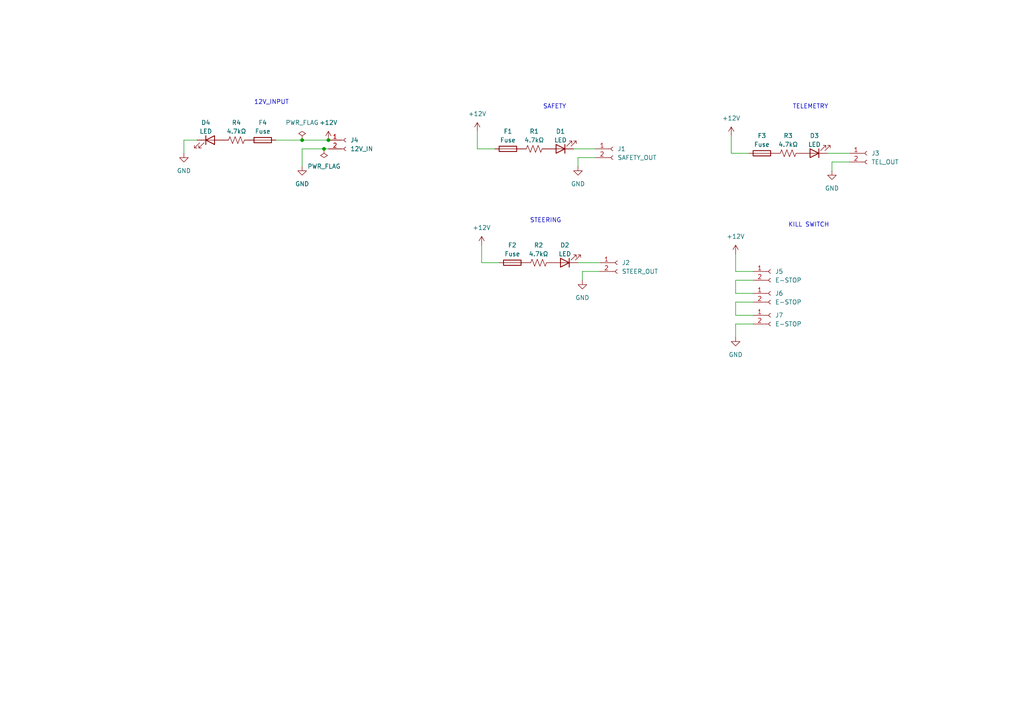
<source format=kicad_sch>
(kicad_sch (version 20230121) (generator eeschema)
  (paper "A4")
  (title_block (date "2023-11-04"))
  (lib_symbols
    (symbol "Connector:Conn_01x02_Socket" (pin_names (offset 1.016) hide)
      (property "Reference" "J" (at 0 2.54 0))
      (property "Value" "Conn_01x02_Socket" (at 0 -5.08 0))
      (symbol "Conn_01x02_Socket_1_1"
        (arc (start 0 -2.032) (mid -0.5058 -2.54) (end 0 -3.048) (stroke (width 0.1524)))
        (polyline (pts (xy -1.27 -2.54) (xy -0.508 -2.54)) (stroke (width 0.1524)))
        (polyline (pts (xy -1.27 0) (xy -0.508 0)) (stroke (width 0.1524)))
        (arc (start 0 0.508) (mid -0.5058 0) (end 0 -0.508) (stroke (width 0.1524)))
        (pin passive line (at -5.08 0 0) (length 3.81) (name "Pin_1") (number "1"))
        (pin passive line (at -5.08 -2.54 0) (length 3.81) (name "Pin_2") (number "2"))
      )
    )
    (symbol "Device:Fuse" (pin_numbers hide) (pin_names (offset 0))
      (property "Reference" "F" (at 2.032 0 90))
      (property "Value" "Fuse" (at -1.905 0 90))
      (symbol "Fuse_0_1"
        (rectangle (start -0.762 -2.54) (end 0.762 2.54) (stroke (width 0.254)))
        (polyline (pts (xy 0 2.54) (xy 0 -2.54)))
      )
      (symbol "Fuse_1_1"
        (pin passive line (at 0 3.81 270) (length 1.27) (name "~") (number "1"))
        (pin passive line (at 0 -3.81 90) (length 1.27) (name "~") (number "2"))
      )
    )
    (symbol "Device:LED" (pin_numbers hide) (pin_names (offset 1.016) hide)
      (property "Reference" "D" (at 0 2.54 0))
      (property "Value" "LED" (at 0 -2.54 0))
      (symbol "LED_0_1"
        (polyline (pts (xy -1.27 -1.27) (xy -1.27 1.27)) (stroke (width 0.254)))
        (polyline (pts (xy -1.27 0) (xy 1.27 0)))
        (polyline (pts (xy 1.27 -1.27) (xy 1.27 1.27) (xy -1.27 0) (xy 1.27 -1.27)) (stroke (width 0.254)))
        (polyline (pts (xy -3.048 -0.762) (xy -4.572 -2.286) (xy -3.81 -2.286) (xy -4.572 -2.286) (xy -4.572 -1.524)))
        (polyline (pts (xy -1.778 -0.762) (xy -3.302 -2.286) (xy -2.54 -2.286) (xy -3.302 -2.286) (xy -3.302 -1.524)))
      )
      (symbol "LED_1_1"
        (pin passive line (at -3.81 0 0) (length 2.54) (name "K") (number "1"))
        (pin passive line (at 3.81 0 180) (length 2.54) (name "A") (number "2"))
      )
    )
    (symbol "Device:R_US" (pin_numbers hide) (pin_names (offset 0))
      (property "Reference" "R" (at 2.54 0 90))
      (property "Value" "R_US" (at -2.54 0 90))
      (symbol "R_US_0_1"
        (polyline (pts (xy 0 -2.286) (xy 0 -2.54)))
        (polyline (pts (xy 0 2.286) (xy 0 2.54)))
        (polyline (pts (xy 0 -0.762) (xy 1.016 -1.143) (xy 0 -1.524) (xy -1.016 -1.905) (xy 0 -2.286)))
        (polyline (pts (xy 0 0.762) (xy 1.016 0.381) (xy 0 0) (xy -1.016 -0.381) (xy 0 -0.762)))
        (polyline (pts (xy 0 2.286) (xy 1.016 1.905) (xy 0 1.524) (xy -1.016 1.143) (xy 0 0.762)))
      )
      (symbol "R_US_1_1"
        (pin passive line (at 0 3.81 270) (length 1.27) (name "~") (number "1"))
        (pin passive line (at 0 -3.81 90) (length 1.27) (name "~") (number "2"))
      )
    )
    (symbol "power:+12V" (power) (pin_names (offset 0))
      (property "Value" "+12V" (at 0 3.556 0))
      (symbol "+12V_0_1"
        (polyline (pts (xy -0.762 1.27) (xy 0 2.54)))
        (polyline (pts (xy 0 0) (xy 0 2.54)))
        (polyline (pts (xy 0 2.54) (xy 0.762 1.27)))
      )
      (symbol "+12V_1_1"
        (pin power_in line (at 0 0 90) (length 0) hide (name "+12V") (number "1"))
      )
    )
    (symbol "power:GND" (power) (pin_names (offset 0))
      (property "Value" "GND" (at 0 -3.81 0))
      (symbol "GND_0_1"
        (polyline (pts (xy 0 0) (xy 0 -1.27) (xy 1.27 -1.27) (xy 0 -2.54) (xy -1.27 -1.27) (xy 0 -1.27)))
      )
      (symbol "GND_1_1"
        (pin power_in line (at 0 0 270) (length 0) hide (name "GND") (number "1"))
      )
    )
    (symbol "power:PWR_FLAG" (power) (pin_numbers hide) (pin_names (offset 0) hide)
      (property "Value" "PWR_FLAG" (at 0 3.81 0))
      (symbol "PWR_FLAG_0_0"
        (pin power_out line (at 0 0 90) (length 0) (name "pwr") (number "1"))
      )
      (symbol "PWR_FLAG_0_1"
        (polyline (pts (xy 0 0) (xy 0 1.27) (xy -1.016 1.905) (xy 0 2.54) (xy 1.016 1.905) (xy 0 1.27)))
      )
    )
  )
  (junction (at 87.63 40.64))
  (junction (at 95.25 40.64))
  (junction (at 93.98 43.18))
  (wire (pts (xy 57.15 40.64) (xy 53.34 40.64)))
  (wire (pts (xy 212.09 39.37) (xy 212.09 44.45)))
  (wire (pts (xy 173.99 78.74) (xy 168.91 78.74)))
  (wire (pts (xy 95.25 43.18) (xy 93.98 43.18)))
  (wire (pts (xy 217.17 44.45) (xy 212.09 44.45)))
  (wire (pts (xy 240.03 44.45) (xy 246.38 44.45)))
  (wire (pts (xy 241.3 46.99) (xy 241.3 49.53)))
  (wire (pts (xy 167.64 76.2) (xy 173.99 76.2)))
  (wire (pts (xy 144.78 76.2) (xy 139.7 76.2)))
  (wire (pts (xy 87.63 40.64) (xy 95.25 40.64)))
  (wire (pts (xy 246.38 46.99) (xy 241.3 46.99)))
  (wire (pts (xy 167.64 45.72) (xy 167.64 48.26)))
  (wire (pts (xy 213.36 93.98) (xy 213.36 97.79)))
  (wire (pts (xy 138.43 38.1) (xy 138.43 43.18)))
  (wire (pts (xy 168.91 78.74) (xy 168.91 81.28)))
  (wire (pts (xy 139.7 71.12) (xy 139.7 76.2)))
  (wire (pts (xy 80.01 40.64) (xy 87.63 40.64)))
  (wire (pts (xy 53.34 40.64) (xy 53.34 44.45)))
  (wire (pts (xy 213.36 85.09) (xy 218.44 85.09)))
  (wire (pts (xy 87.63 43.18) (xy 87.63 48.26)))
  (wire (pts (xy 213.36 81.28) (xy 213.36 85.09)))
  (wire (pts (xy 213.36 87.63) (xy 213.36 91.44)))
  (wire (pts (xy 213.36 73.66) (xy 213.36 78.74)))
  (wire (pts (xy 218.44 78.74) (xy 213.36 78.74)))
  (wire (pts (xy 143.51 43.18) (xy 138.43 43.18)))
  (wire (pts (xy 213.36 91.44) (xy 218.44 91.44)))
  (wire (pts (xy 218.44 93.98) (xy 213.36 93.98)))
  (wire (pts (xy 93.98 43.18) (xy 87.63 43.18)))
  (wire (pts (xy 166.37 43.18) (xy 172.72 43.18)))
  (wire (pts (xy 172.72 45.72) (xy 167.64 45.72)))
  (wire (pts (xy 218.44 81.28) (xy 213.36 81.28)))
  (wire (pts (xy 218.44 87.63) (xy 213.36 87.63)))
  (text "STEERING" (at 153.67 64.77 0) (effects (font (size 1.27 1.27)) (justify left bottom)))
  (text "SAFETY" (at 157.48 31.75 0) (effects (font (size 1.27 1.27)) (justify left bottom)))
  (text "KILL SWITCH" (at 228.6 66.04 0) (effects (font (size 1.27 1.27)) (justify left bottom)))
  (text "TELEMETRY" (at 229.87 31.75 0) (effects (font (size 1.27 1.27)) (justify left bottom)))
  (text "12V_INPUT" (at 73.66 30.48 0) (effects (font (size 1.27 1.27)) (justify left bottom)))
  (symbol (lib_id "Connector:Conn_01x02_Socket") (at 179.07 76.2 0) (unit 1)
    (property "Reference" "J2" (at 180.34 76.2 0) (effects (justify left)))
    (property "Value" "STEER_OUT" (at 180.34 78.74 0) (effects (justify left)))
    (property "Footprint" "Connector_Molex:Molex_Micro-Fit_3.0_43650-0200_1x02_P3.00mm_Horizontal" (effects hide))
    (property "Datasheet" "https://tools.molex.com/pdm_docs/sd/436500200_sd.pdf" (effects hide))
  )
  (symbol (lib_id "power:+12V") (at 213.36 73.66 0) (unit 1)
    (property "Reference" "#PWR010" (effects hide))
    (property "Value" "+12V" (at 213.36 68.58 0))
  )
  (symbol (lib_id "Device:R_US") (at 228.6 44.45 90) (unit 1)
    (property "Reference" "R3" (at 228.6 39.37 90))
    (property "Value" "4.7kΩ" (at 228.6 41.91 90))
    (property "Footprint" "Resistor_SMD:R_0805_2012Metric" (effects hide))
    (property "Datasheet" "https://www.yageo.com/upload/media/product/app/datasheet/rchip/pyu-rc_group_51_rohs_l.pdf" (effects hide))
  )
  (symbol (lib_id "Device:LED") (at 236.22 44.45 180) (unit 1)
    (property "Reference" "D3" (at 236.22 39.37 0))
    (property "Value" "LED" (at 236.22 41.91 0))
    (property "Footprint" "LED_SMD:LED_0805_2012Metric" (effects hide))
    (property "Datasheet" "https://www.sunledusa.com/products/spec/XZCDGK54W-1VF.pdf" (effects hide))
  )
  (symbol (lib_id "power:GND") (at 168.91 81.28 0) (unit 1)
    (property "Reference" "#PWR07" (effects hide))
    (property "Value" "GND" (at 168.91 86.36 0))
  )
  (symbol (lib_id "Connector:Conn_01x02_Socket") (at 100.33 40.64 0) (unit 1)
    (property "Reference" "J4" (at 101.6 40.64 0) (effects (justify left)))
    (property "Value" "12V_IN" (at 101.6 43.18 0) (effects (justify left)))
    (property "Footprint" "Connector_Molex:Molex_Mega-Fit_76825-0004_2x02_P5.70mm_Horizontal" (effects hide))
    (property "Datasheet" "https://www.molex.com/en-us/products/part-detail/2002411212?display=pdf" (effects hide))
  )
  (symbol (lib_id "Device:LED") (at 163.83 76.2 180) (unit 1)
    (property "Reference" "D2" (at 163.83 71.12 0))
    (property "Value" "LED" (at 163.83 73.66 0))
    (property "Footprint" "LED_SMD:LED_0805_2012Metric" (effects hide))
    (property "Datasheet" "https://www.sunledusa.com/products/spec/XZCDGK54W-1VF.pdf" (effects hide))
  )
  (symbol (lib_id "power:+12V") (at 95.25 40.64 0) (unit 1)
    (property "Reference" "#PWR02" (effects hide))
    (property "Value" "+12V" (at 95.25 35.56 0))
  )
  (symbol (lib_id "Device:Fuse") (at 147.32 43.18 90) (unit 1)
    (property "Reference" "F1" (at 147.32 38.1 90))
    (property "Value" "Fuse" (at 147.32 40.64 90))
    (property "Footprint" "Fuse:Fuseholder_Blade_Mini_Keystone_3568" (effects hide))
    (property "Datasheet" "https://www.keyelco.com/userAssets/file/M65p42.pdf" (effects hide))
  )
  (symbol (lib_id "power:PWR_FLAG") (at 87.63 40.64 0) (unit 1)
    (property "Reference" "#FLG01" (effects hide))
    (property "Value" "PWR_FLAG" (at 87.63 35.56 0))
  )
  (symbol (lib_id "power:GND") (at 167.64 48.26 0) (unit 1)
    (property "Reference" "#PWR05" (effects hide))
    (property "Value" "GND" (at 167.64 53.34 0))
  )
  (symbol (lib_id "Connector:Conn_01x02_Socket") (at 223.52 85.09 0) (unit 1)
    (property "Reference" "J6" (at 224.79 85.09 0) (effects (justify left)))
    (property "Value" "E-STOP" (at 224.79 87.63 0) (effects (justify left)))
    (property "Footprint" "Connector_Molex:Molex_Micro-Fit_3.0_43650-0200_1x02_P3.00mm_Horizontal" (effects hide))
    (property "Datasheet" "https://tools.molex.com/pdm_docs/sd/436500200_sd.pdf" (effects hide))
  )
  (symbol (lib_id "Device:R_US") (at 156.21 76.2 90) (unit 1)
    (property "Reference" "R2" (at 156.21 71.12 90))
    (property "Value" "4.7kΩ" (at 156.21 73.66 90))
    (property "Footprint" "Resistor_SMD:R_0805_2012Metric" (effects hide))
    (property "Datasheet" "https://www.yageo.com/upload/media/product/app/datasheet/rchip/pyu-rc_group_51_rohs_l.pdf" (effects hide))
  )
  (symbol (lib_id "power:PWR_FLAG") (at 93.98 43.18 180) (unit 1)
    (property "Reference" "#FLG02" (effects hide))
    (property "Value" "PWR_FLAG" (at 93.98 48.26 0))
  )
  (symbol (lib_id "power:GND") (at 87.63 48.26 0) (unit 1)
    (property "Reference" "#PWR01" (effects hide))
    (property "Value" "GND" (at 87.63 53.34 0))
  )
  (symbol (lib_id "Device:Fuse") (at 76.2 40.64 90) (unit 1)
    (property "Reference" "F4" (at 76.2 35.56 90))
    (property "Value" "Fuse" (at 76.2 38.1 90))
    (property "Footprint" "Fuse:Fuseholder_Blade_Mini_Keystone_3568" (effects hide))
    (property "Datasheet" "https://www.keyelco.com/userAssets/file/M65p42.pdf" (effects hide))
  )
  (symbol (lib_id "Connector:Conn_01x02_Socket") (at 251.46 44.45 0) (unit 1)
    (property "Reference" "J3" (at 252.73 44.45 0) (effects (justify left)))
    (property "Value" "TEL_OUT" (at 252.73 46.99 0) (effects (justify left)))
    (property "Footprint" "Connector_Molex:Molex_Micro-Fit_3.0_43650-0200_1x02_P3.00mm_Horizontal" (effects hide))
    (property "Datasheet" "https://tools.molex.com/pdm_docs/sd/436500200_sd.pdf" (effects hide))
  )
  (symbol (lib_id "Connector:Conn_01x02_Socket") (at 177.8 43.18 0) (unit 1)
    (property "Reference" "J1" (at 179.07 43.18 0) (effects (justify left)))
    (property "Value" "SAFETY_OUT" (at 179.07 45.72 0) (effects (justify left)))
    (property "Footprint" "Connector_Molex:Molex_Micro-Fit_3.0_43650-0200_1x02_P3.00mm_Horizontal" (effects hide))
    (property "Datasheet" "https://tools.molex.com/pdm_docs/sd/436500200_sd.pdf" (effects hide))
  )
  (symbol (lib_id "Device:LED") (at 162.56 43.18 180) (unit 1)
    (property "Reference" "D1" (at 162.56 38.1 0))
    (property "Value" "LED" (at 162.56 40.64 0))
    (property "Footprint" "LED_SMD:LED_0805_2012Metric" (effects hide))
    (property "Datasheet" "https://www.sunledusa.com/products/spec/XZCDGK54W-1VF.pdf" (effects hide))
  )
  (symbol (lib_id "power:+12V") (at 139.7 71.12 0) (unit 1)
    (property "Reference" "#PWR06" (effects hide))
    (property "Value" "+12V" (at 139.7 66.04 0))
  )
  (symbol (lib_id "power:GND") (at 53.34 44.45 0) (unit 1)
    (property "Reference" "#PWR03" (effects hide))
    (property "Value" "GND" (at 53.34 49.53 0))
  )
  (symbol (lib_id "Device:Fuse") (at 220.98 44.45 90) (unit 1)
    (property "Reference" "F3" (at 220.98 39.37 90))
    (property "Value" "Fuse" (at 220.98 41.91 90))
    (property "Footprint" "Fuse:Fuseholder_Blade_Mini_Keystone_3568" (effects hide))
    (property "Datasheet" "https://www.keyelco.com/userAssets/file/M65p42.pdf" (effects hide))
  )
  (symbol (lib_id "Connector:Conn_01x02_Socket") (at 223.52 78.74 0) (unit 1)
    (property "Reference" "J5" (at 224.79 78.74 0) (effects (justify left)))
    (property "Value" "E-STOP" (at 224.79 81.28 0) (effects (justify left)))
    (property "Footprint" "Connector_Molex:Molex_Micro-Fit_3.0_43650-0200_1x02_P3.00mm_Horizontal" (effects hide))
    (property "Datasheet" "https://tools.molex.com/pdm_docs/sd/436500200_sd.pdf" (effects hide))
  )
  (symbol (lib_id "power:GND") (at 213.36 97.79 0) (unit 1)
    (property "Reference" "#PWR011" (effects hide))
    (property "Value" "GND" (at 213.36 102.87 0))
  )
  (symbol (lib_id "Device:Fuse") (at 148.59 76.2 90) (unit 1)
    (property "Reference" "F2" (at 148.59 71.12 90))
    (property "Value" "Fuse" (at 148.59 73.66 90))
    (property "Footprint" "Fuse:Fuseholder_Blade_Mini_Keystone_3568" (effects hide))
    (property "Datasheet" "https://www.keyelco.com/userAssets/file/M65p42.pdf" (effects hide))
  )
  (symbol (lib_id "Device:R_US") (at 68.58 40.64 90) (unit 1)
    (property "Reference" "R4" (at 68.58 35.56 90))
    (property "Value" "4.7kΩ" (at 68.58 38.1 90))
    (property "Footprint" "Resistor_SMD:R_0805_2012Metric" (effects hide))
    (property "Datasheet" "https://www.yageo.com/upload/media/product/app/datasheet/rchip/pyu-rc_group_51_rohs_l.pdf" (effects hide))
  )
  (symbol (lib_id "Device:LED") (at 60.96 40.64 0) (unit 1)
    (property "Reference" "D4" (at 59.69 35.56 0))
    (property "Value" "LED" (at 59.69 38.1 0))
    (property "Footprint" "LED_SMD:LED_0805_2012Metric" (effects hide))
    (property "Datasheet" "https://www.sunledusa.com/products/spec/XZCDGK54W-1VF.pdf" (effects hide))
  )
  (symbol (lib_id "power:GND") (at 241.3 49.53 0) (unit 1)
    (property "Reference" "#PWR09" (effects hide))
    (property "Value" "GND" (at 241.3 54.61 0))
  )
  (symbol (lib_id "power:+12V") (at 212.09 39.37 0) (unit 1)
    (property "Reference" "#PWR08" (effects hide))
    (property "Value" "+12V" (at 212.09 34.29 0))
  )
  (symbol (lib_id "Connector:Conn_01x02_Socket") (at 223.52 91.44 0) (unit 1)
    (property "Reference" "J7" (at 224.79 91.44 0) (effects (justify left)))
    (property "Value" "E-STOP" (at 224.79 93.98 0) (effects (justify left)))
    (property "Footprint" "Connector_Molex:Molex_Micro-Fit_3.0_43650-0200_1x02_P3.00mm_Horizontal" (effects hide))
    (property "Datasheet" "https://tools.molex.com/pdm_docs/sd/436500200_sd.pdf" (effects hide))
  )
  (symbol (lib_id "power:+12V") (at 138.43 38.1 0) (unit 1)
    (property "Reference" "#PWR04" (effects hide))
    (property "Value" "+12V" (at 138.43 33.02 0))
  )
  (symbol (lib_id "Device:R_US") (at 154.94 43.18 90) (unit 1)
    (property "Reference" "R1" (at 154.94 38.1 90))
    (property "Value" "4.7kΩ" (at 154.94 40.64 90))
    (property "Footprint" "Resistor_SMD:R_0805_2012Metric" (effects hide))
    (property "Datasheet" "https://www.yageo.com/upload/media/product/app/datasheet/rchip/pyu-rc_group_51_rohs_l.pdf" (effects hide))
  )
)
</source>
